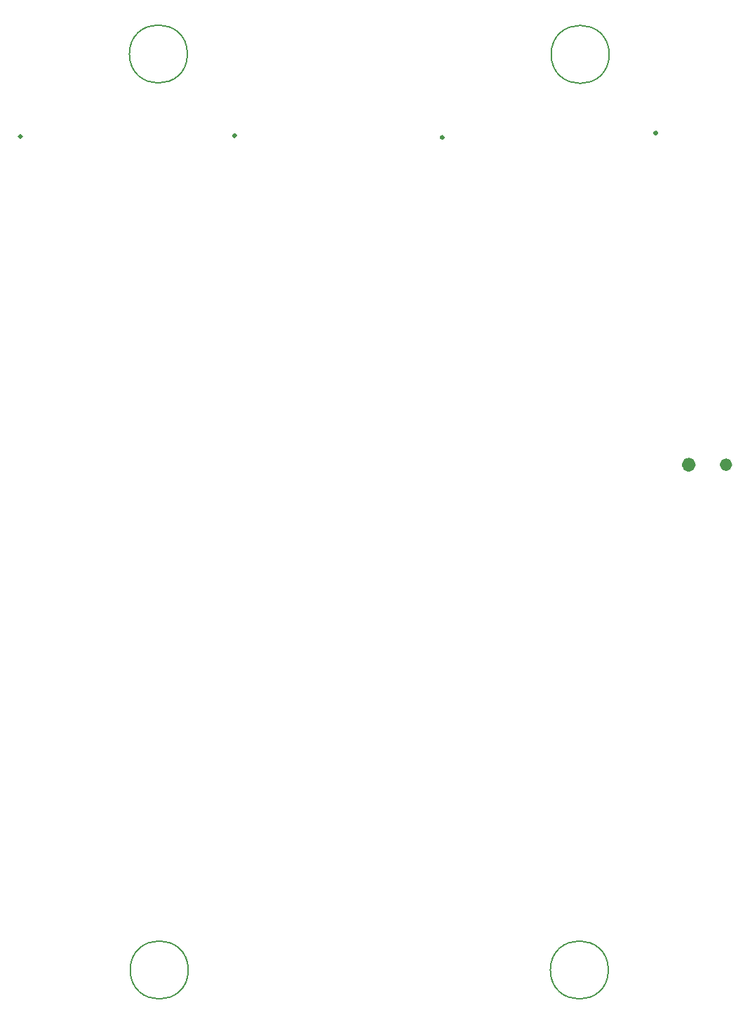
<source format=gbr>
%TF.GenerationSoftware,KiCad,Pcbnew,8.0.6*%
%TF.CreationDate,2025-03-02T11:18:05-08:00*%
%TF.ProjectId,dpx_faded,6470785f-6661-4646-9564-2e6b69636164,0.5.0*%
%TF.SameCoordinates,Original*%
%TF.FileFunction,Other,Comment*%
%FSLAX46Y46*%
G04 Gerber Fmt 4.6, Leading zero omitted, Abs format (unit mm)*
G04 Created by KiCad (PCBNEW 8.0.6) date 2025-03-02 11:18:05*
%MOMM*%
%LPD*%
G01*
G04 APERTURE LIST*
%ADD10C,0.300000*%
%ADD11C,0.150000*%
%ADD12C,0.850000*%
%ADD13C,0.750000*%
G04 APERTURE END LIST*
D10*
%TO.C,U5*%
X362670000Y-125810000D02*
G75*
G02*
X362370000Y-125810000I-150000J0D01*
G01*
X362370000Y-125810000D02*
G75*
G02*
X362670000Y-125810000I150000J0D01*
G01*
D11*
%TO.C,H2*%
X356910000Y-116310000D02*
G75*
G02*
X349910000Y-116310000I-3500000J0D01*
G01*
X349910000Y-116310000D02*
G75*
G02*
X356910000Y-116310000I3500000J0D01*
G01*
%TO.C,H3*%
X306110000Y-226760000D02*
G75*
G02*
X299110000Y-226760000I-3500000J0D01*
G01*
X299110000Y-226760000D02*
G75*
G02*
X306110000Y-226760000I3500000J0D01*
G01*
D10*
%TO.C,U8*%
X286000000Y-126210000D02*
G75*
G02*
X285700000Y-126210000I-150000J0D01*
G01*
X285700000Y-126210000D02*
G75*
G02*
X286000000Y-126210000I150000J0D01*
G01*
D12*
%TO.C,DC1*%
X366930000Y-165810000D02*
G75*
G02*
X366090000Y-165810000I-420000J0D01*
G01*
X366090000Y-165810000D02*
G75*
G02*
X366930000Y-165810000I420000J0D01*
G01*
D13*
X371380000Y-165810000D02*
G75*
G02*
X370640000Y-165810000I-370000J0D01*
G01*
X370640000Y-165810000D02*
G75*
G02*
X371380000Y-165810000I370000J0D01*
G01*
D11*
%TO.C,H1*%
X306010000Y-116260000D02*
G75*
G02*
X299010000Y-116260000I-3500000J0D01*
G01*
X299010000Y-116260000D02*
G75*
G02*
X306010000Y-116260000I3500000J0D01*
G01*
D10*
%TO.C,U6*%
X336900000Y-126330000D02*
G75*
G02*
X336600000Y-126330000I-150000J0D01*
G01*
X336600000Y-126330000D02*
G75*
G02*
X336900000Y-126330000I150000J0D01*
G01*
D11*
%TO.C,H4*%
X356810000Y-226760000D02*
G75*
G02*
X349810000Y-226760000I-3500000J0D01*
G01*
X349810000Y-226760000D02*
G75*
G02*
X356810000Y-226760000I3500000J0D01*
G01*
D10*
%TO.C,U7*%
X311850000Y-126110000D02*
G75*
G02*
X311550000Y-126110000I-150000J0D01*
G01*
X311550000Y-126110000D02*
G75*
G02*
X311850000Y-126110000I150000J0D01*
G01*
%TD*%
M02*

</source>
